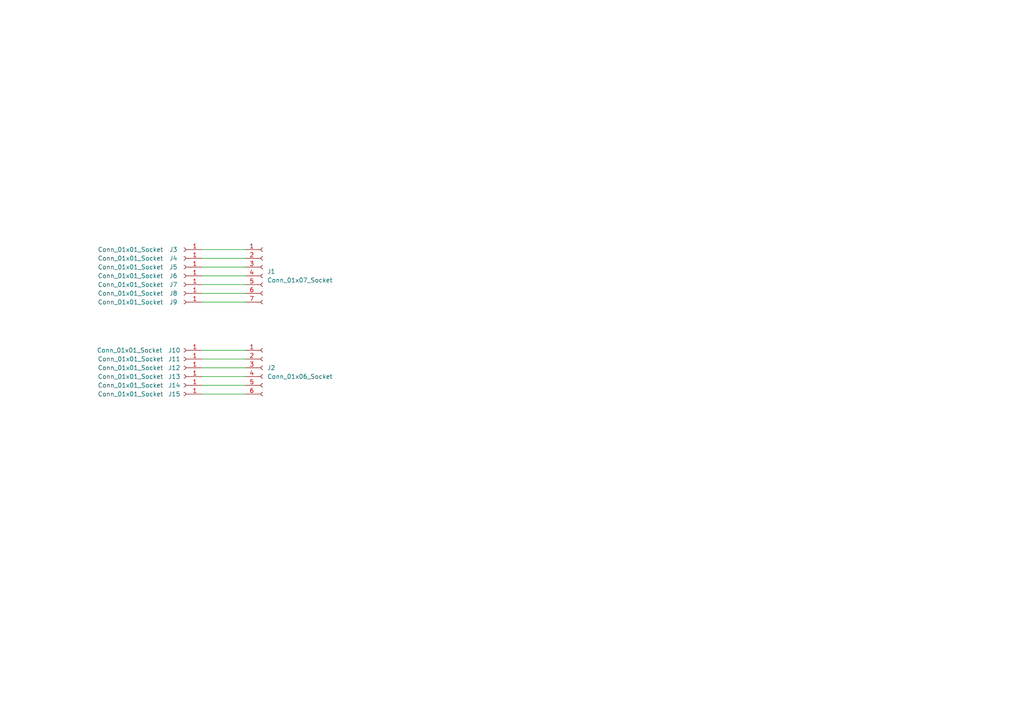
<source format=kicad_sch>
(kicad_sch (version 20231120) (generator "eeschema") (generator_version "8.0")
  (paper "A4")
  (lib_symbols
    (symbol "Connector:Conn_01x01_Socket" (pin_names (offset 1.016) hide)
      (property "Reference" "J" (at 0 2.54 0))
      (property "Value" "Conn_01x01_Socket" (at 0 -2.54 0))
      (symbol "Conn_01x01_Socket_1_1"
        (polyline (pts (xy -1.27 0) (xy -0.508 0)) (stroke (width 0.1524)))
        (arc (start 0 0.508) (mid -0.5058 0) (end 0 -0.508) (stroke (width 0.1524)))
        (pin passive line (at -5.08 0 0) (length 3.81) (name "Pin_1") (number "1"))
      )
    )
    (symbol "Connector:Conn_01x06_Socket" (pin_names (offset 1.016) hide)
      (property "Reference" "J" (at 0 7.62 0))
      (property "Value" "Conn_01x06_Socket" (at 0 -10.16 0))
      (symbol "Conn_01x06_Socket_1_1"
        (arc (start 0 -7.112) (mid -0.5058 -7.62) (end 0 -8.128) (stroke (width 0.1524)))
        (arc (start 0 -4.572) (mid -0.5058 -5.08) (end 0 -5.588) (stroke (width 0.1524)))
        (arc (start 0 -2.032) (mid -0.5058 -2.54) (end 0 -3.048) (stroke (width 0.1524)))
        (polyline (pts (xy -1.27 -7.62) (xy -0.508 -7.62)) (stroke (width 0.1524)))
        (polyline (pts (xy -1.27 -5.08) (xy -0.508 -5.08)) (stroke (width 0.1524)))
        (polyline (pts (xy -1.27 -2.54) (xy -0.508 -2.54)) (stroke (width 0.1524)))
        (polyline (pts (xy -1.27 0) (xy -0.508 0)) (stroke (width 0.1524)))
        (polyline (pts (xy -1.27 2.54) (xy -0.508 2.54)) (stroke (width 0.1524)))
        (polyline (pts (xy -1.27 5.08) (xy -0.508 5.08)) (stroke (width 0.1524)))
        (arc (start 0 0.508) (mid -0.5058 0) (end 0 -0.508) (stroke (width 0.1524)))
        (arc (start 0 3.048) (mid -0.5058 2.54) (end 0 2.032) (stroke (width 0.1524)))
        (arc (start 0 5.588) (mid -0.5058 5.08) (end 0 4.572) (stroke (width 0.1524)))
        (pin passive line (at -5.08 5.08 0) (length 3.81) (name "Pin_1") (number "1"))
        (pin passive line (at -5.08 2.54 0) (length 3.81) (name "Pin_2") (number "2"))
        (pin passive line (at -5.08 0 0) (length 3.81) (name "Pin_3") (number "3"))
        (pin passive line (at -5.08 -2.54 0) (length 3.81) (name "Pin_4") (number "4"))
        (pin passive line (at -5.08 -5.08 0) (length 3.81) (name "Pin_5") (number "5"))
        (pin passive line (at -5.08 -7.62 0) (length 3.81) (name "Pin_6") (number "6"))
      )
    )
    (symbol "Connector:Conn_01x07_Socket" (pin_names (offset 1.016) hide)
      (property "Reference" "J" (at 0 10.16 0))
      (property "Value" "Conn_01x07_Socket" (at 0 -10.16 0))
      (symbol "Conn_01x07_Socket_1_1"
        (arc (start 0 -7.112) (mid -0.5058 -7.62) (end 0 -8.128) (stroke (width 0.1524)))
        (arc (start 0 -4.572) (mid -0.5058 -5.08) (end 0 -5.588) (stroke (width 0.1524)))
        (arc (start 0 -2.032) (mid -0.5058 -2.54) (end 0 -3.048) (stroke (width 0.1524)))
        (polyline (pts (xy -1.27 -7.62) (xy -0.508 -7.62)) (stroke (width 0.1524)))
        (polyline (pts (xy -1.27 -5.08) (xy -0.508 -5.08)) (stroke (width 0.1524)))
        (polyline (pts (xy -1.27 -2.54) (xy -0.508 -2.54)) (stroke (width 0.1524)))
        (polyline (pts (xy -1.27 0) (xy -0.508 0)) (stroke (width 0.1524)))
        (polyline (pts (xy -1.27 2.54) (xy -0.508 2.54)) (stroke (width 0.1524)))
        (polyline (pts (xy -1.27 5.08) (xy -0.508 5.08)) (stroke (width 0.1524)))
        (polyline (pts (xy -1.27 7.62) (xy -0.508 7.62)) (stroke (width 0.1524)))
        (arc (start 0 0.508) (mid -0.5058 0) (end 0 -0.508) (stroke (width 0.1524)))
        (arc (start 0 3.048) (mid -0.5058 2.54) (end 0 2.032) (stroke (width 0.1524)))
        (arc (start 0 5.588) (mid -0.5058 5.08) (end 0 4.572) (stroke (width 0.1524)))
        (arc (start 0 8.128) (mid -0.5058 7.62) (end 0 7.112) (stroke (width 0.1524)))
        (pin passive line (at -5.08 7.62 0) (length 3.81) (name "Pin_1") (number "1"))
        (pin passive line (at -5.08 5.08 0) (length 3.81) (name "Pin_2") (number "2"))
        (pin passive line (at -5.08 2.54 0) (length 3.81) (name "Pin_3") (number "3"))
        (pin passive line (at -5.08 0 0) (length 3.81) (name "Pin_4") (number "4"))
        (pin passive line (at -5.08 -2.54 0) (length 3.81) (name "Pin_5") (number "5"))
        (pin passive line (at -5.08 -5.08 0) (length 3.81) (name "Pin_6") (number "6"))
        (pin passive line (at -5.08 -7.62 0) (length 3.81) (name "Pin_7") (number "7"))
      )
    )
  )
  (wire (pts (xy 58.42 77.47) (xy 71.12 77.47)))
  (wire (pts (xy 58.42 74.93) (xy 71.12 74.93)))
  (wire (pts (xy 58.42 85.09) (xy 71.12 85.09)))
  (wire (pts (xy 58.42 80.01) (xy 71.12 80.01)))
  (wire (pts (xy 58.42 101.6) (xy 71.12 101.6)))
  (wire (pts (xy 58.42 109.22) (xy 71.12 109.22)))
  (wire (pts (xy 58.42 114.3) (xy 71.12 114.3)))
  (wire (pts (xy 58.42 104.14) (xy 71.12 104.14)))
  (wire (pts (xy 58.42 106.68) (xy 71.12 106.68)))
  (wire (pts (xy 58.42 72.39) (xy 71.12 72.39)))
  (wire (pts (xy 58.42 111.76) (xy 71.12 111.76)))
  (wire (pts (xy 58.42 87.63) (xy 71.12 87.63)))
  (wire (pts (xy 58.42 82.55) (xy 71.12 82.55)))
  (symbol (lib_id "Connector:Conn_01x01_Socket") (at 53.34 106.68 180) (unit 1)
    (property "Reference" "J12" (at 50.546 106.68 0))
    (property "Value" "Conn_01x01_Socket" (at 37.846 106.68 0))
    (property "Footprint" "Connector_PinHeader_1.00mm:PinHeader_1x01_P1.00mm_Vertical" (effects (hide yes)))
    (property "Description" "Generic connector, single row, 01x01, script generated" (effects (hide yes)))
  )
  (symbol (lib_id "Connector:Conn_01x01_Socket") (at 53.34 77.47 180) (unit 1)
    (property "Reference" "J5" (at 50.292 77.47 0))
    (property "Value" "Conn_01x01_Socket" (at 37.846 77.47 0))
    (property "Footprint" "Connector_PinHeader_1.00mm:PinHeader_1x01_P1.00mm_Vertical" (effects (hide yes)))
    (property "Description" "Generic connector, single row, 01x01, script generated" (effects (hide yes)))
  )
  (symbol (lib_id "Connector:Conn_01x01_Socket") (at 53.34 80.01 180) (unit 1)
    (property "Reference" "J6" (at 50.292 80.01 0))
    (property "Value" "Conn_01x01_Socket" (at 37.846 80.01 0))
    (property "Footprint" "Connector_PinHeader_1.00mm:PinHeader_1x01_P1.00mm_Vertical" (effects (hide yes)))
    (property "Description" "Generic connector, single row, 01x01, script generated" (effects (hide yes)))
  )
  (symbol (lib_id "Connector:Conn_01x01_Socket") (at 53.34 82.55 180) (unit 1)
    (property "Reference" "J7" (at 50.292 82.55 0))
    (property "Value" "Conn_01x01_Socket" (at 37.846 82.55 0))
    (property "Footprint" "Connector_PinHeader_1.00mm:PinHeader_1x01_P1.00mm_Vertical" (effects (hide yes)))
    (property "Description" "Generic connector, single row, 01x01, script generated" (effects (hide yes)))
  )
  (symbol (lib_id "Connector:Conn_01x06_Socket") (at 76.2 106.68 0) (unit 1)
    (property "Reference" "J2" (at 77.47 106.6799 0) (effects (justify left)))
    (property "Value" "Conn_01x06_Socket" (at 77.47 109.2199 0) (effects (justify left)))
    (property "Footprint" "Connector_PinSocket_2.54mm:PinSocket_1x06_P2.54mm_Vertical" (effects (hide yes)))
    (property "Description" "Generic connector, single row, 01x06, script generated" (effects (hide yes)))
  )
  (symbol (lib_id "Connector:Conn_01x01_Socket") (at 53.34 85.09 180) (unit 1)
    (property "Reference" "J8" (at 50.292 85.09 0))
    (property "Value" "Conn_01x01_Socket" (at 37.846 85.09 0))
    (property "Footprint" "Connector_PinHeader_1.00mm:PinHeader_1x01_P1.00mm_Vertical" (effects (hide yes)))
    (property "Description" "Generic connector, single row, 01x01, script generated" (effects (hide yes)))
  )
  (symbol (lib_id "Connector:Conn_01x01_Socket") (at 53.34 74.93 180) (unit 1)
    (property "Reference" "J4" (at 50.292 74.93 0))
    (property "Value" "Conn_01x01_Socket" (at 37.846 74.93 0))
    (property "Footprint" "Connector_PinHeader_1.00mm:PinHeader_1x01_P1.00mm_Vertical" (effects (hide yes)))
    (property "Description" "Generic connector, single row, 01x01, script generated" (effects (hide yes)))
  )
  (symbol (lib_id "Connector:Conn_01x01_Socket") (at 53.34 104.14 180) (unit 1)
    (property "Reference" "J11" (at 50.546 104.14 0))
    (property "Value" "Conn_01x01_Socket" (at 37.846 104.14 0))
    (property "Footprint" "Connector_PinHeader_1.00mm:PinHeader_1x01_P1.00mm_Vertical" (effects (hide yes)))
    (property "Description" "Generic connector, single row, 01x01, script generated" (effects (hide yes)))
  )
  (symbol (lib_id "Connector:Conn_01x01_Socket") (at 53.34 87.63 180) (unit 1)
    (property "Reference" "J9" (at 50.292 87.63 0))
    (property "Value" "Conn_01x01_Socket" (at 37.846 87.63 0))
    (property "Footprint" "Connector_PinHeader_1.00mm:PinHeader_1x01_P1.00mm_Vertical" (effects (hide yes)))
    (property "Description" "Generic connector, single row, 01x01, script generated" (effects (hide yes)))
  )
  (symbol (lib_id "Connector:Conn_01x01_Socket") (at 53.34 101.6 180) (unit 1)
    (property "Reference" "J10" (at 50.546 101.6 0))
    (property "Value" "Conn_01x01_Socket" (at 37.592 101.6 0))
    (property "Footprint" "Connector_PinHeader_1.00mm:PinHeader_1x01_P1.00mm_Vertical" (effects (hide yes)))
    (property "Description" "Generic connector, single row, 01x01, script generated" (effects (hide yes)))
  )
  (symbol (lib_id "Connector:Conn_01x07_Socket") (at 76.2 80.01 0) (unit 1)
    (property "Reference" "J1" (at 77.47 78.7399 0) (effects (justify left)))
    (property "Value" "Conn_01x07_Socket" (at 77.47 81.2799 0) (effects (justify left)))
    (property "Footprint" "Connector_PinSocket_2.54mm:PinSocket_1x07_P2.54mm_Vertical" (effects (hide yes)))
    (property "Description" "Generic connector, single row, 01x07, script generated" (effects (hide yes)))
  )
  (symbol (lib_id "Connector:Conn_01x01_Socket") (at 53.34 114.3 180) (unit 1)
    (property "Reference" "J15" (at 50.546 114.3 0))
    (property "Value" "Conn_01x01_Socket" (at 37.846 114.3 0))
    (property "Footprint" "Connector_PinHeader_1.00mm:PinHeader_1x01_P1.00mm_Vertical" (effects (hide yes)))
    (property "Description" "Generic connector, single row, 01x01, script generated" (effects (hide yes)))
  )
  (symbol (lib_id "Connector:Conn_01x01_Socket") (at 53.34 111.76 180) (unit 1)
    (property "Reference" "J14" (at 50.546 111.76 0))
    (property "Value" "Conn_01x01_Socket" (at 37.846 111.76 0))
    (property "Footprint" "Connector_PinHeader_1.00mm:PinHeader_1x01_P1.00mm_Vertical" (effects (hide yes)))
    (property "Description" "Generic connector, single row, 01x01, script generated" (effects (hide yes)))
  )
  (symbol (lib_id "Connector:Conn_01x01_Socket") (at 53.34 72.39 180) (unit 1)
    (property "Reference" "J3" (at 50.292 72.39 0))
    (property "Value" "Conn_01x01_Socket" (at 37.846 72.39 0))
    (property "Footprint" "Connector_PinHeader_1.00mm:PinHeader_1x01_P1.00mm_Vertical" (effects (hide yes)))
    (property "Description" "Generic connector, single row, 01x01, script generated" (effects (hide yes)))
  )
  (symbol (lib_id "Connector:Conn_01x01_Socket") (at 53.34 109.22 180) (unit 1)
    (property "Reference" "J13" (at 50.546 109.22 0))
    (property "Value" "Conn_01x01_Socket" (at 37.846 109.22 0))
    (property "Footprint" "Connector_PinHeader_1.00mm:PinHeader_1x01_P1.00mm_Vertical" (effects (hide yes)))
    (property "Description" "Generic connector, single row, 01x01, script generated" (effects (hide yes)))
  )
)
</source>
